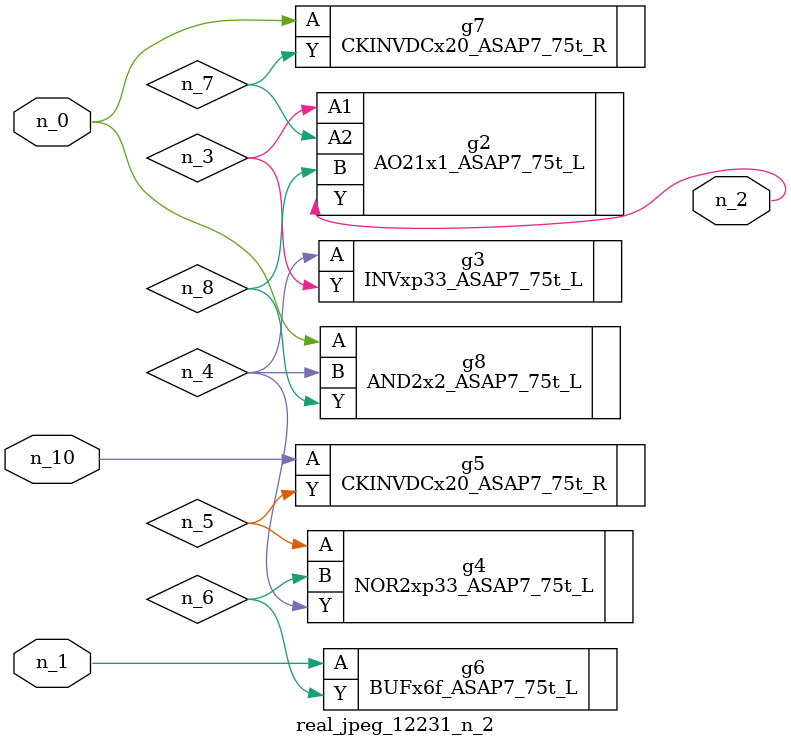
<source format=v>
module real_jpeg_12231_n_2 (n_1, n_10, n_0, n_2);

input n_1;
input n_10;
input n_0;

output n_2;

wire n_5;
wire n_4;
wire n_8;
wire n_6;
wire n_7;
wire n_3;

CKINVDCx20_ASAP7_75t_R g7 ( 
.A(n_0),
.Y(n_7)
);

AND2x2_ASAP7_75t_L g8 ( 
.A(n_0),
.B(n_4),
.Y(n_8)
);

BUFx6f_ASAP7_75t_L g6 ( 
.A(n_1),
.Y(n_6)
);

AO21x1_ASAP7_75t_L g2 ( 
.A1(n_3),
.A2(n_7),
.B(n_8),
.Y(n_2)
);

INVxp33_ASAP7_75t_L g3 ( 
.A(n_4),
.Y(n_3)
);

NOR2xp33_ASAP7_75t_L g4 ( 
.A(n_5),
.B(n_6),
.Y(n_4)
);

CKINVDCx20_ASAP7_75t_R g5 ( 
.A(n_10),
.Y(n_5)
);


endmodule
</source>
